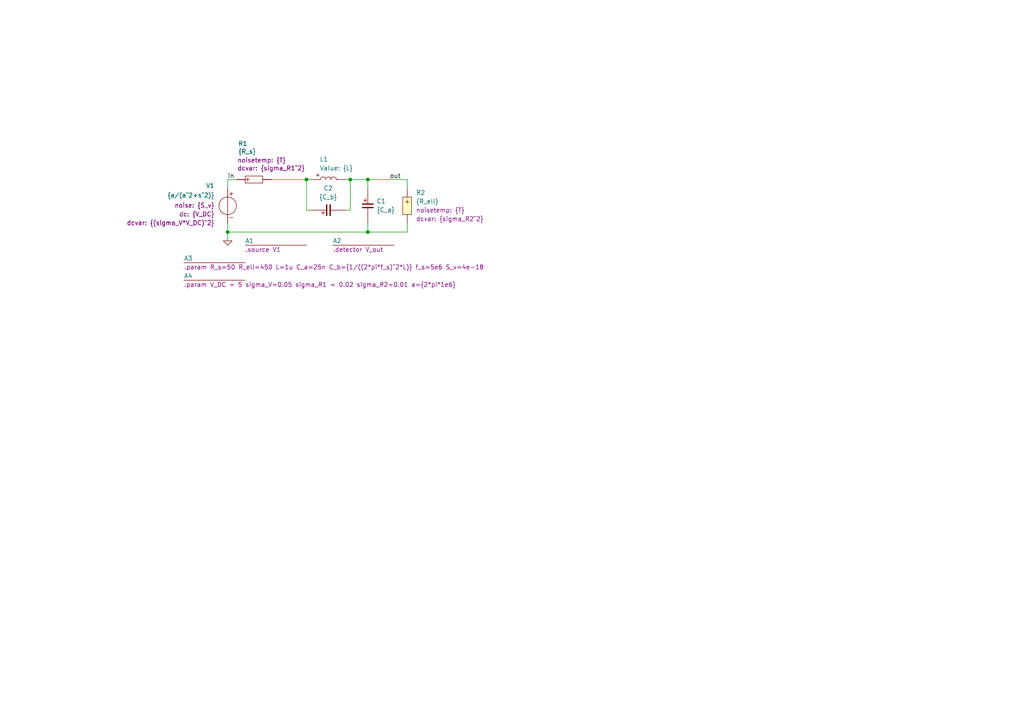
<source format=kicad_sch>
(kicad_sch (version 20250114) (generator "eeschema") (generator_version "9.0")
  (paper "A4")
  (title_block (title "myPassiveNetwork"))
  (lib_symbols
    (symbol "R_1" (pin_numbers (hide yes)) (pin_names (offset 1.016) (hide yes))
      (property "Reference" "R?" (at 1.905 3.81 0))
      (property "Value" "?" (at 1.905 1.905 0) (show_name))
      (property "noisetemp" "0" (at 1.905 0 0) (show_name))
      (property "noiseflow" "0" (at 15.24 0 0) (show_name))
      (property "dcvar" "0" (at 1.905 -1.905 0) (show_name))
      (property "dcvarlot" "0" (at 15.24 -1.905 0) (show_name))
      (symbol "R_1_0_0"
        (text "+" (at 0 1.27 0) (effects (font (size 1.27 1.27))))
      )
      (symbol "R_1_1_0"
        (pin passive line (at 0 5.08 270) (length 2.54) (name "1") (number "1"))
        (pin passive line (at 0 -5.08 90) (length 2.54) (name "2") (number "2"))
      )
      (symbol "R_1_1_1"
        (rectangle (start -1.27 2.54) (end 1.27 -2.54) (fill (type background)))
      )
    )
    (symbol "SLiCAP:C" (pin_numbers (hide yes)) (pin_names (offset 1.016) (hide yes))
      (property "Reference" "C?" (at 13.97 3.81 0))
      (property "Value" "{C}" (at 12.7 1.27 0) (show_name))
      (property "vinit" "0" (at 16.51 -1.27 0) (show_name))
      (symbol "C_0_0"
        (text "+" (at 9.398 1.651 0) (effects (font (size 1.27 1.27))))
        (pin passive line (at 10.16 5.08 270) (length 2.54) (name "2") (number "2"))
        (pin passive line (at 10.16 -5.08 90) (length 2.54) (name "1") (number "1"))
      )
      (symbol "C_0_1"
        (polyline (pts (xy 8.636 0.508) (xy 11.684 0.508)) (stroke (width 0.381)))
        (polyline (pts (xy 8.636 -0.508) (xy 11.684 -0.508)) (stroke (width 0.381)))
        (polyline (pts (xy 10.16 2.54) (xy 10.16 0.508)))
        (polyline (pts (xy 10.16 -2.54) (xy 10.16 -0.508)))
      )
    )
    (symbol "SLiCAP:Command" (pin_numbers (hide yes)) (pin_names (offset 0) (hide yes))
      (property "Reference" "A?" (at 0 1.27 0))
      (property "command" "?" (at 0 -1.905 0))
      (symbol "Command_0_1"
        (polyline (pts (xy 0 0) (xy 17.78 0)))
      )
    )
    (symbol "SLiCAP:L" (pin_numbers (hide yes)) (pin_names (offset 1.016) (hide yes))
      (property "Reference" "L?" (at 2.54 3.81 0))
      (property "Value" "?" (at 2.54 1.27 0) (show_name))
      (property "iinit" "0" (at 5.715 -1.27 0) (show_name))
      (symbol "L_0_0"
        (text "+" (at 1.27 3.175 0) (effects (font (size 1.27 1.27))))
      )
      (symbol "L_0_1"
        (arc (start 0 2.286) (mid 0.759 1.524) (end 0 0.762))
        (arc (start 0 0.762) (mid 0.759 0) (end 0 -0.762))
        (arc (start 0 -0.762) (mid 0.759 -1.524) (end 0 -2.286))
        (polyline (pts (xy 0 2.286) (xy 0 2.54)))
        (polyline (pts (xy 0 -2.54) (xy 0 -2.286)))
      )
      (symbol "L_1_0"
        (pin passive line (at 0 5.08 270) (length 2.54) (name "1") (number "1"))
        (pin passive line (at 0 -5.08 90) (length 2.54) (name "2") (number "2"))
      )
    )
    (symbol "SLiCAP:R" (pin_numbers (hide yes)) (pin_names (offset 1.016) (hide yes))
      (property "Reference" "R?" (at 12.065 3.81 0))
      (property "Value" "{R}" (at 12.065 1.905 0) (show_name))
      (property "noisetemp" "0" (at 12.065 0 0) (show_name))
      (property "noiseflow" "0" (at 25.4 0 0) (show_name))
      (property "dcvar" "0" (at 12.065 -1.905 0) (show_name))
      (property "dcvarlot" "0" (at 25.4 -1.905 0) (show_name))
      (symbol "R_0_0"
        (text "+" (at 10.16 1.905 0) (effects (font (size 1.27 1.27))))
        (pin passive line (at 10.16 5.08 270) (length 2.54) (name "2") (number "2"))
        (pin passive line (at 10.16 -5.08 90) (length 2.54) (name "1") (number "1"))
      )
      (symbol "R_0_1"
        (rectangle (start 9.144 2.54) (end 11.176 -2.54))
      )
    )
    (symbol "SLiCAP:V" (pin_numbers (hide yes)) (pin_names (offset 0) (hide yes))
      (property "Reference" "V?" (at 3.175 4.445 0))
      (property "Value" "{V}" (at 3.175 2.54 0) (show_name))
      (property "noise" "0" (at 3.175 -3.175 0) (show_name))
      (property "dc" "0" (at 3.175 0.635 0) (show_name))
      (property "dcvar" "0" (at 3.175 -1.27 0) (show_name))
      (symbol "V_0_0"
        (circle (center 0 0) (radius 2.54))
        (text "+" (at -1.016 3.556 0) (effects (font (size 1.27 1.27))))
        (text "-" (at -1.016 -3.302 0) (effects (font (size 1.27 1.27))))
        (pin power_out line (at 0 5.08 270) (length 2.54) (name "p") (number "1"))
        (pin power_out line (at 0 -5.08 90) (length 2.54) (name "n") (number "2"))
      )
      (symbol "V_0_1"
        (polyline (pts (xy 0 2.54) (xy 0 -2.54)))
      )
    )
    (symbol "Simulation_SPICE:0" (power) (pin_names (offset 0))
      (property "Value" "0" (at 0 -1.778 0))
      (symbol "0_0_1"
        (polyline (pts (xy -1.27 0) (xy 0 -1.27) (xy 1.27 0) (xy -1.27 0)))
      )
      (symbol "0_1_1"
        (pin power_in line (at 0 0 0) (length 0) (hide yes) (name "0") (number "1"))
      )
    )
  )
  (junction (at 101.6 52.07))
  (junction (at 88.9 52.07))
  (junction (at 106.68 67.31))
  (junction (at 106.68 52.07))
  (junction (at 66.04 67.31))
  (wire (pts (xy 106.68 67.31) (xy 118.11 67.31)))
  (wire (pts (xy 101.6 52.07) (xy 101.6 60.96)))
  (wire (pts (xy 101.6 60.96) (xy 100.33 60.96)))
  (wire (pts (xy 106.68 64.77) (xy 106.68 67.31)))
  (wire (pts (xy 118.11 54.61) (xy 118.11 52.07)))
  (wire (pts (xy 88.9 60.96) (xy 90.17 60.96)))
  (wire (pts (xy 106.68 52.07) (xy 118.11 52.07)))
  (wire (pts (xy 106.68 54.61) (xy 106.68 52.07)))
  (wire (pts (xy 101.6 52.07) (xy 106.68 52.07)))
  (wire (pts (xy 88.9 52.07) (xy 90.17 52.07)))
  (wire (pts (xy 66.04 67.31) (xy 106.68 67.31)))
  (wire (pts (xy 88.9 52.07) (xy 88.9 60.96)))
  (wire (pts (xy 66.04 52.07) (xy 66.04 54.61)))
  (wire (pts (xy 100.33 52.07) (xy 101.6 52.07)))
  (wire (pts (xy 66.04 64.77) (xy 66.04 67.31)))
  (wire (pts (xy 66.04 67.31) (xy 66.04 69.85)))
  (wire (pts (xy 68.58 52.07) (xy 66.04 52.07)))
  (wire (pts (xy 118.11 64.77) (xy 118.11 67.31)))
  (wire (pts (xy 78.74 52.07) (xy 88.9 52.07)))
  (label "in" (at 66.04 52.07 0))
  (label "out" (at 113.03 52.07 0))
  (symbol (lib_id "SLiCAP:C") (at 95.25 71.12 90) (unit 1)
    (property "Reference" "C2" (at 95.1837 54.61 90))
    (property "Value" "{C_b}" (at 95.1837 57.15 90))
    (property "model" "C" (effects (hide yes)))
    (property "vinit" "0" (effects (hide yes)))
  )
  (symbol (lib_id "SLiCAP:Command") (at 96.52 71.12 0) (unit 1)
    (property "Reference" "A2" (at 96.52 69.85 0) (effects (justify left)))
    (property "command" ".detector V_out" (at 96.52 72.39 0) (effects (justify left)))
  )
  (symbol (lib_id "SLiCAP:V") (at 66.04 59.69 0) (mirror y) (unit 1)
    (property "Reference" "V1" (at 62.23 53.848 0) (effects (justify left)))
    (property "Value" "{a/(a^2+s^2)}" (at 62.23 56.642 0) (effects (justify left)))
    (property "noise" "{S_v}" (at 62.23 59.563 0) (show_name yes) (effects (justify left)))
    (property "dc" "{V_DC}" (at 62.23 62.103 0) (show_name yes) (effects (justify left)))
    (property "dcvar" "{(sigma_V*V_DC)^2}" (at 62.23 64.643 0) (show_name yes) (effects (justify left)))
    (property "model" "V" (effects (hide yes)))
  )
  (symbol (lib_id "SLiCAP:C") (at 96.52 59.69 0) (unit 1)
    (property "Reference" "C1" (at 109.22 58.3536 0) (effects (justify left)))
    (property "Value" "{C_a}" (at 109.22 60.8936 0) (effects (justify left)))
    (property "model" "C" (effects (hide yes)))
    (property "vinit" "0" (effects (hide yes)))
  )
  (symbol (lib_id "Simulation_SPICE:0") (at 66.04 69.85 0) (unit 1)
    (property "Reference" "#GND01" (effects (hide yes)))
    (property "Value" "0" (effects (hide yes)))
  )
  (symbol (lib_id "SLiCAP:Command") (at 71.12 71.12 0) (unit 1)
    (property "Reference" "A1" (at 71.12 69.85 0) (effects (justify left)))
    (property "command" ".source V1" (at 71.12 72.39 0) (effects (justify left)))
  )
  (symbol (lib_id "SLiCAP:Command") (at 53.34 81.28 0) (unit 1)
    (property "Reference" "A4" (at 53.34 80.01 0) (effects (justify left)))
    (property "command" ".param V_DC = 5 sigma_V=0.05 sigma_R1 = 0.02 sigma_R2=0.01 a={2*pi*1e6}" (at 53.34 82.55 0) (effects (justify left)))
  )
  (symbol (lib_id "SLiCAP:Command") (at 53.34 76.2 0) (unit 1)
    (property "Reference" "A3" (at 53.34 74.93 0) (effects (justify left)))
    (property "command" ".param R_s=50 R_ell=450 L=1u C_a=25n C_b={1/((2*pi*f_s)^2*L)} f_s=5e6 S_v=4e-18" (at 53.34 77.47 0) (effects (justify left)))
  )
  (symbol (lib_id "SLiCAP:L") (at 95.25 52.07 90) (unit 1)
    (property "Reference" "L1" (at 92.71 46.228 90) (effects (justify right)))
    (property "Value" "{L}" (at 92.71 48.768 90) (show_name yes) (effects (justify right)))
    (property "Description" "Inductor" (effects (hide yes)))
    (property "model" "L" (effects (hide yes)))
    (property "iinit" "0" (effects (hide yes)))
  )
  (symbol (lib_id "SLiCAP:R") (at 73.66 62.23 90) (unit 1)
    (property "Reference" "R1" (at 69.088 41.656 90) (effects (justify right)))
    (property "Value" "{R_s}" (at 69.088 43.942 90) (effects (justify right)))
    (property "model" "R" (effects (hide yes)))
    (property "noisetemp" "{T}" (at 68.834 46.482 90) (show_name yes) (effects (justify right)))
    (property "noiseflow" "0" (effects (hide yes)))
    (property "dcvar" "{sigma_R1^2}" (at 68.834 48.768 90) (show_name yes) (effects (justify right)))
    (property "dcvarlot" "0" (effects (hide yes)))
  )
  (symbol (lib_name "R_1") (lib_id "SLiCAP:R") (at 118.11 59.69 0) (unit 1)
    (property "Reference" "R2" (at 120.65 55.88 0) (effects (justify left)))
    (property "Value" "{R_ell}" (at 120.65 58.42 0) (effects (justify left)))
    (property "Description" "Resistor (cannot have zero resistance)" (effects (hide yes)))
    (property "model" "R" (effects (hide yes)))
    (property "noisetemp" "{T}" (at 120.65 60.96 0) (show_name yes) (effects (justify left)))
    (property "noiseflow" "0" (effects (hide yes)))
    (property "dcvar" "{sigma_R2^2}" (at 120.65 63.4999 0) (show_name yes) (effects (justify left)))
    (property "dcvarlot" "0" (effects (hide yes)))
  )
)
</source>
